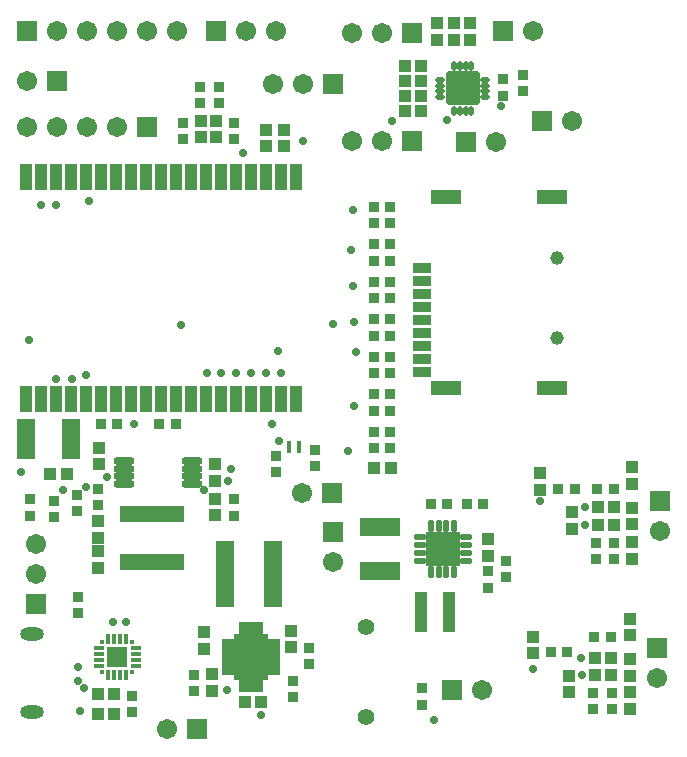
<source format=gts>
%FSTAX23Y23*%
%MOIN*%
%SFA1B1*%

%IPPOS*%
%AMD54*
4,1,8,-0.015800,0.002900,-0.015800,-0.002900,-0.009800,-0.008900,0.009800,-0.008900,0.015800,-0.002900,0.015800,0.002900,0.009800,0.008900,-0.009800,0.008900,-0.015800,0.002900,0.0*
1,1,0.011940,-0.009800,0.002900*
1,1,0.011940,-0.009800,-0.002900*
1,1,0.011940,0.009800,-0.002900*
1,1,0.011940,0.009800,0.002900*
%
%AMD55*
4,1,8,0.002900,0.015800,-0.002900,0.015800,-0.008900,0.009800,-0.008900,-0.009800,-0.002900,-0.015800,0.002900,-0.015800,0.008900,-0.009800,0.008900,0.009800,0.002900,0.015800,0.0*
1,1,0.011940,0.002900,0.009800*
1,1,0.011940,-0.002900,0.009800*
1,1,0.011940,-0.002900,-0.009800*
1,1,0.011940,0.002900,-0.009800*
%
%AMD56*
4,1,8,0.049100,0.055200,-0.049100,0.055200,-0.055200,0.049100,-0.055200,-0.049100,-0.049100,-0.055200,0.049100,-0.055200,0.055200,-0.049100,0.055200,0.049100,0.049100,0.055200,0.0*
1,1,0.012100,0.049100,0.049100*
1,1,0.012100,-0.049100,0.049100*
1,1,0.012100,-0.049100,-0.049100*
1,1,0.012100,0.049100,-0.049100*
%
%AMD62*
4,1,8,0.015000,0.010300,-0.015000,0.010300,-0.020500,0.004700,-0.020500,-0.004700,-0.015000,-0.010300,0.015000,-0.010300,0.020500,-0.004700,0.020500,0.004700,0.015000,0.010300,0.0*
1,1,0.011160,0.015000,0.004700*
1,1,0.011160,-0.015000,0.004700*
1,1,0.011160,-0.015000,-0.004700*
1,1,0.011160,0.015000,-0.004700*
%
%AMD63*
4,1,8,-0.010300,0.015000,-0.010300,-0.015000,-0.004700,-0.020500,0.004700,-0.020500,0.010300,-0.015000,0.010300,0.015000,0.004700,0.020500,-0.004700,0.020500,-0.010300,0.015000,0.0*
1,1,0.011160,-0.004700,0.015000*
1,1,0.011160,-0.004700,-0.015000*
1,1,0.011160,0.004700,-0.015000*
1,1,0.011160,0.004700,0.015000*
%
%AMD64*
4,1,8,-0.026700,-0.012100,0.026700,-0.012100,0.034700,-0.004000,0.034700,0.004000,0.026700,0.012100,-0.026700,0.012100,-0.034700,0.004000,-0.034700,-0.004000,-0.026700,-0.012100,0.0*
1,1,0.016080,-0.026700,-0.004000*
1,1,0.016080,0.026700,-0.004000*
1,1,0.016080,0.026700,0.004000*
1,1,0.016080,-0.026700,0.004000*
%
%ADD33R,0.035430X0.011810*%
%ADD34R,0.011810X0.035430*%
%ADD35R,0.011810X0.011810*%
%ADD40R,0.038580X0.133860*%
%ADD41R,0.216540X0.056300*%
%ADD44R,0.040000X0.020000*%
%ADD45R,0.020000X0.040000*%
%ADD46R,0.112000X0.152000*%
%ADD47R,0.063120X0.137920*%
%ADD48R,0.038000X0.038000*%
%ADD49R,0.043430X0.039500*%
%ADD50R,0.038000X0.038000*%
%ADD51R,0.039500X0.043430*%
%ADD52R,0.063120X0.032410*%
%ADD53R,0.102490X0.051310*%
G04~CAMADD=54~8~0.0~0.0~178.4~316.2~59.7~0.0~15~0.0~0.0~0.0~0.0~0~0.0~0.0~0.0~0.0~0~0.0~0.0~0.0~90.0~316.0~178.0*
%ADD54D54*%
G04~CAMADD=55~8~0.0~0.0~178.4~316.2~59.7~0.0~15~0.0~0.0~0.0~0.0~0~0.0~0.0~0.0~0.0~0~0.0~0.0~0.0~0.0~178.4~316.2*
%ADD55D55*%
G04~CAMADD=56~8~0.0~0.0~1103.6~1103.6~60.5~0.0~15~0.0~0.0~0.0~0.0~0~0.0~0.0~0.0~0.0~0~0.0~0.0~0.0~0.0~1103.6~1103.6*
%ADD56D56*%
%ADD57R,0.015870X0.015870*%
%ADD58R,0.070870X0.070870*%
%ADD59R,0.064300X0.224530*%
%ADD60R,0.137920X0.063120*%
%ADD61R,0.114300X0.114300*%
G04~CAMADD=62~8~0.0~0.0~410.7~206.0~55.8~0.0~15~0.0~0.0~0.0~0.0~0~0.0~0.0~0.0~0.0~0~0.0~0.0~0.0~0.0~410.7~206.0*
%ADD62D62*%
G04~CAMADD=63~8~0.0~0.0~410.7~206.0~55.8~0.0~15~0.0~0.0~0.0~0.0~0~0.0~0.0~0.0~0.0~0~0.0~0.0~0.0~90.0~206.0~411.0*
%ADD63D63*%
G04~CAMADD=64~8~0.0~0.0~694.2~241.4~80.4~0.0~15~0.0~0.0~0.0~0.0~0~0.0~0.0~0.0~0.0~0~0.0~0.0~0.0~180.0~694.0~242.0*
%ADD64D64*%
%ADD65R,0.043430X0.086740*%
%ADD66R,0.067060X0.067060*%
%ADD67C,0.067060*%
%ADD68C,0.045400*%
%ADD69R,0.067060X0.067060*%
%ADD70C,0.027690*%
%ADD71O,0.078870X0.043430*%
%ADD72C,0.055240*%
%LNsolears_v1-1*%
%LPD*%
G54D33*
X01303Y01364D03*
Y01344D03*
Y01325D03*
Y01305D03*
X01426D03*
Y01325D03*
Y01344D03*
Y01364D03*
G54D34*
X01335Y01273D03*
X01355D03*
X01374D03*
X01394D03*
Y01396D03*
X01374D03*
X01355D03*
X01335D03*
G54D35*
X01315Y01384D03*
X01414D03*
X01315Y01285D03*
X01414D03*
G54D40*
X0247Y01485D03*
X02376D03*
G54D41*
X0148Y0165D03*
Y0181D03*
G54D44*
X01733Y01384D03*
Y01365D03*
Y01345D03*
Y01325D03*
Y01305D03*
Y01286D03*
X01887D03*
Y01305D03*
Y01325D03*
Y01345D03*
Y01365D03*
Y01384D03*
G54D45*
X0178Y01238D03*
X018D03*
X0182D03*
X0184D03*
Y01432D03*
X0182D03*
X018D03*
X0178D03*
G54D46*
X0181Y01335D03*
G54D47*
X0106Y0206D03*
X01209D03*
G54D48*
X026Y0162D03*
Y01565D03*
X01705Y0318D03*
Y03235D03*
X03015Y01215D03*
Y0116D03*
X0295Y01215D03*
Y0116D03*
X0302Y01715D03*
Y0166D03*
X0296Y01715D03*
Y0166D03*
X01755Y03115D03*
Y0306D03*
X01585Y03115D03*
Y0306D03*
X0164Y03235D03*
Y0318D03*
X01895Y02005D03*
Y0195D03*
X02025Y02025D03*
Y0197D03*
X01415Y01205D03*
Y0115D03*
X01235Y01535D03*
Y0148D03*
X0123Y0182D03*
Y01875D03*
X01075Y01805D03*
Y0186D03*
X01155Y018D03*
Y01855D03*
X01755Y01805D03*
Y0186D03*
X013Y01895D03*
Y0184D03*
X0162Y0122D03*
Y01275D03*
X02005Y0131D03*
Y01365D03*
X0195Y01255D03*
Y012D03*
X0238Y01175D03*
Y0123D03*
X02651Y03205D03*
Y0326D03*
X02716Y0322D03*
Y03275D03*
X0266Y016D03*
Y01655D03*
G54D49*
X0288Y01817D03*
Y01762D03*
X0308Y01717D03*
Y01662D03*
Y01832D03*
Y01777D03*
Y01967D03*
Y01912D03*
X02775Y01947D03*
Y01892D03*
X0287Y01272D03*
Y01217D03*
X03075Y01462D03*
Y01407D03*
X0275Y01402D03*
Y01347D03*
X03075Y01327D03*
Y01272D03*
Y01217D03*
Y01162D03*
X01695Y03122D03*
Y03067D03*
X01645Y03122D03*
Y03067D03*
X0192Y03092D03*
Y03037D03*
X0186Y03092D03*
Y03037D03*
X02431Y03447D03*
Y03392D03*
X02541Y03447D03*
Y03392D03*
X02486Y03447D03*
Y03392D03*
X013Y01632D03*
Y01687D03*
Y01732D03*
Y01787D03*
X0169Y01922D03*
Y01977D03*
Y01807D03*
Y01862D03*
X01305Y01977D03*
Y02032D03*
X01945Y01422D03*
Y01367D03*
X0168Y01222D03*
Y01277D03*
X01655Y01417D03*
Y01362D03*
X026Y01727D03*
Y01672D03*
G54D50*
X0222Y02835D03*
X02275D03*
X0222Y0278D03*
X02275D03*
X0222Y0271D03*
X02275D03*
X0222Y02655D03*
X02275D03*
X0222Y02585D03*
X02275D03*
X0222Y0253D03*
X02275D03*
X0222Y0246D03*
X02275D03*
X0222Y02405D03*
X02275D03*
X0222Y02335D03*
X02275D03*
X0222Y0228D03*
X02275D03*
X0222Y0221D03*
X02275D03*
X0222Y0203D03*
X02275D03*
Y02085D03*
X0222D03*
Y02155D03*
X02275D03*
X01365Y0211D03*
X0131D03*
X0156D03*
X01505D03*
X02835Y01895D03*
X0289D03*
X02965D03*
X0302D03*
X02955Y014D03*
X0301D03*
X0281Y0135D03*
X02865D03*
X02585Y01845D03*
X0253D03*
X02465D03*
X0241D03*
G54D51*
X02222Y01965D03*
X02277D03*
X02967Y01775D03*
X03022D03*
X02967Y01835D03*
X03022D03*
X02957Y01275D03*
X03012D03*
X02957Y0133D03*
X03012D03*
X01197Y01945D03*
X01142D03*
X02378Y03255D03*
X02323D03*
X02378Y03305D03*
X02323D03*
X02378Y03205D03*
X02323D03*
X02378Y03155D03*
X02323D03*
X013Y0121D03*
X01355D03*
X013Y01145D03*
X01355D03*
X01844Y01185D03*
X01789D03*
G54D52*
X0238Y02632D03*
Y02589D03*
Y02546D03*
Y02502D03*
Y02459D03*
Y02416D03*
Y02372D03*
Y02329D03*
Y02286D03*
G54D53*
X02813Y02231D03*
X02459D03*
Y02867D03*
X02813D03*
G54D54*
X02441Y03259D03*
Y03239D03*
Y0322D03*
Y032D03*
X02591D03*
Y0322D03*
Y03239D03*
Y03259D03*
G54D55*
X02486Y03155D03*
X02506D03*
X02526D03*
X02545D03*
Y03304D03*
X02526D03*
X02506D03*
X02486D03*
G54D56*
X02516Y0323D03*
G54D57*
X01972Y02021D03*
Y02035D03*
Y02048D03*
X01937D03*
Y02035D03*
Y02021D03*
G54D58*
X01365Y01335D03*
G54D59*
X01884Y0161D03*
X01725D03*
G54D60*
X0224Y01769D03*
Y0162D03*
G54D61*
X0245Y01695D03*
G54D62*
X02526Y01733D03*
Y01707D03*
Y01682D03*
Y01656D03*
X02373D03*
Y01682D03*
Y01707D03*
Y01733D03*
G54D63*
X02411Y01771D03*
X02437D03*
X02462D03*
X02488D03*
Y01618D03*
X02462D03*
X02437D03*
X02411D03*
G54D64*
X01613Y01988D03*
Y01962D03*
Y01937D03*
Y01911D03*
X01386D03*
Y01937D03*
Y01962D03*
Y01988D03*
G54D65*
X0106Y02935D03*
X0111D03*
X0116D03*
X0121D03*
X0126D03*
X0131D03*
X0136D03*
X0141D03*
X0146D03*
X0151D03*
X0156D03*
X0161D03*
X0166D03*
X0171D03*
X0176D03*
X0181D03*
X0186D03*
X0191D03*
X0196D03*
X0106Y02195D03*
X0111D03*
X0116D03*
X0121D03*
X0126D03*
X0131D03*
X0136D03*
X0141D03*
X0146D03*
X0151D03*
X0156D03*
X0161D03*
X0166D03*
X0171D03*
X0176D03*
X0181D03*
X0186D03*
X0191D03*
X0196D03*
G54D66*
X0163Y01095D03*
X01065Y0342D03*
X02781Y0312D03*
X0248Y01225D03*
X02526Y0305D03*
X02346Y03415D03*
X02651Y0342D03*
X01695D03*
X02346Y03055D03*
X02085Y03245D03*
X0208Y0188D03*
X01465Y031D03*
X01165Y03255D03*
G54D67*
X0153Y01095D03*
X01165Y0342D03*
X01265D03*
X01365D03*
X01465D03*
X01565D03*
X02881Y0312D03*
X02085Y0165D03*
X0258Y01225D03*
X02626Y0305D03*
X01095Y0171D03*
Y0161D03*
X02246Y03415D03*
X02146D03*
X02751Y0342D03*
X01795D03*
X01895D03*
X02246Y03055D03*
X02146D03*
X03165Y01265D03*
X01985Y03245D03*
X01885D03*
X0198Y0188D03*
X03175Y01755D03*
X01065Y031D03*
X01165D03*
X01265D03*
X01365D03*
X01065Y03255D03*
G54D68*
X0283Y02397D03*
Y02665D03*
G54D69*
X02085Y0175D03*
X01095Y0151D03*
X03165Y01365D03*
X03175Y01855D03*
G54D70*
X01079Y01151D03*
Y01411D03*
X014Y0165D03*
X01395Y0145D03*
X0135D03*
X01985Y03055D03*
X01239Y01155D03*
X01905Y02055D03*
X0188Y0211D03*
X02465Y03125D03*
X0142Y0211D03*
X01845Y0114D03*
X0173Y01225D03*
X0127Y02855D03*
X02645Y0317D03*
X0228Y0312D03*
X01785Y03015D03*
X02135Y0202D03*
X02155Y0217D03*
X0216Y0235D03*
X02155Y0245D03*
X0215Y0257D03*
X02145Y0269D03*
X0215Y02825D03*
X02085Y02445D03*
X01577Y02442D03*
X019Y02355D03*
X0126Y02275D03*
X0107Y0239D03*
X0242Y01125D03*
X01045Y0195D03*
X0186Y0228D03*
X0181D03*
X0191D03*
X0176D03*
X01665D03*
X0171D03*
X01735Y0192D03*
X0133Y01935D03*
X01745Y0196D03*
X01655Y0189D03*
X0126Y019D03*
X01185Y0189D03*
X0111Y0284D03*
X0116D03*
X01215Y0226D03*
X0116D03*
X02925Y01775D03*
Y01835D03*
X02775Y01855D03*
X02912Y0133D03*
X02915Y01275D03*
X0275Y01295D03*
X01255Y0123D03*
X01235Y013D03*
Y01255D03*
X02516Y03188D03*
Y03271D03*
X02475Y0323D03*
X02557D03*
X02516D03*
G54D71*
X01079Y01151D03*
Y01411D03*
G54D72*
X02195Y01435D03*
Y01135D03*
M02*
</source>
